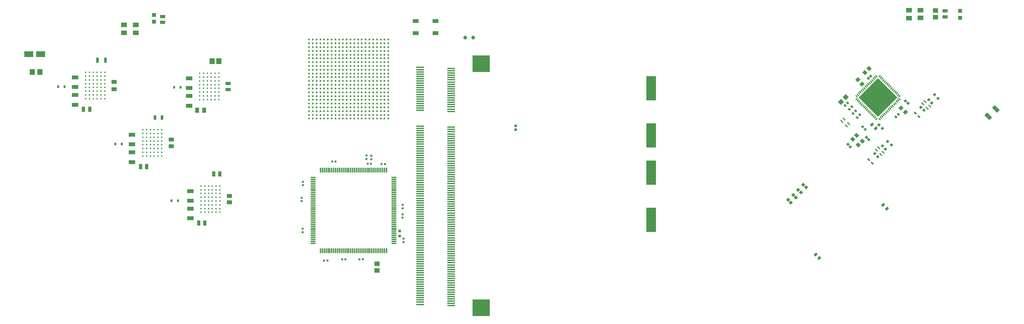
<source format=gbr>
G04*
G04 #@! TF.GenerationSoftware,Altium Limited,Altium Designer,20.2.6 (244)*
G04*
G04 Layer_Color=8421504*
%FSLAX44Y44*%
%MOMM*%
G71*
G04*
G04 #@! TF.SameCoordinates,D8B37FDE-7327-4BE1-BFBC-99B6E419D3BA*
G04*
G04*
G04 #@! TF.FilePolarity,Positive*
G04*
G01*
G75*
%ADD20R,1.3500X1.5500*%
%ADD21R,2.4000X1.5500*%
%ADD22R,2.0000X0.3500*%
%ADD23R,4.6000X4.5000*%
%ADD24P,10.3238X4X180.0*%
G04:AMPARAMS|DCode=25|XSize=0.28mm|YSize=0.69mm|CornerRadius=0mm|HoleSize=0mm|Usage=FLASHONLY|Rotation=135.000|XOffset=0mm|YOffset=0mm|HoleType=Round|Shape=Rectangle|*
%AMROTATEDRECTD25*
4,1,4,0.3430,0.1450,-0.1450,-0.3430,-0.3430,-0.1450,0.1450,0.3430,0.3430,0.1450,0.0*
%
%ADD25ROTATEDRECTD25*%

G04:AMPARAMS|DCode=26|XSize=0.28mm|YSize=0.69mm|CornerRadius=0mm|HoleSize=0mm|Usage=FLASHONLY|Rotation=225.000|XOffset=0mm|YOffset=0mm|HoleType=Round|Shape=Rectangle|*
%AMROTATEDRECTD26*
4,1,4,-0.1450,0.3430,0.3430,-0.1450,0.1450,-0.3430,-0.3430,0.1450,-0.1450,0.3430,0.0*
%
%ADD26ROTATEDRECTD26*%

G04:AMPARAMS|DCode=27|XSize=1mm|YSize=0.9mm|CornerRadius=0mm|HoleSize=0mm|Usage=FLASHONLY|Rotation=135.000|XOffset=0mm|YOffset=0mm|HoleType=Round|Shape=Rectangle|*
%AMROTATEDRECTD27*
4,1,4,0.6718,-0.0354,0.0354,-0.6718,-0.6718,0.0354,-0.0354,0.6718,0.6718,-0.0354,0.0*
%
%ADD27ROTATEDRECTD27*%

G04:AMPARAMS|DCode=28|XSize=0.56mm|YSize=0.63mm|CornerRadius=0mm|HoleSize=0mm|Usage=FLASHONLY|Rotation=135.000|XOffset=0mm|YOffset=0mm|HoleType=Round|Shape=Rectangle|*
%AMROTATEDRECTD28*
4,1,4,0.4207,0.0248,-0.0248,-0.4207,-0.4207,-0.0248,0.0248,0.4207,0.4207,0.0248,0.0*
%
%ADD28ROTATEDRECTD28*%

G04:AMPARAMS|DCode=29|XSize=0.9mm|YSize=0.35mm|CornerRadius=0mm|HoleSize=0mm|Usage=FLASHONLY|Rotation=315.000|XOffset=0mm|YOffset=0mm|HoleType=Round|Shape=Rectangle|*
%AMROTATEDRECTD29*
4,1,4,-0.4419,0.1945,-0.1945,0.4419,0.4419,-0.1945,0.1945,-0.4419,-0.4419,0.1945,0.0*
%
%ADD29ROTATEDRECTD29*%

%ADD30P,0.8768X4X270.0*%
G04:AMPARAMS|DCode=31|XSize=0.56mm|YSize=0.63mm|CornerRadius=0mm|HoleSize=0mm|Usage=FLASHONLY|Rotation=225.000|XOffset=0mm|YOffset=0mm|HoleType=Round|Shape=Rectangle|*
%AMROTATEDRECTD31*
4,1,4,-0.0248,0.4207,0.4207,-0.0248,0.0248,-0.4207,-0.4207,0.0248,-0.0248,0.4207,0.0*
%
%ADD31ROTATEDRECTD31*%

G04:AMPARAMS|DCode=32|XSize=1mm|YSize=0.9mm|CornerRadius=0mm|HoleSize=0mm|Usage=FLASHONLY|Rotation=225.000|XOffset=0mm|YOffset=0mm|HoleType=Round|Shape=Rectangle|*
%AMROTATEDRECTD32*
4,1,4,0.0354,0.6718,0.6718,0.0354,-0.0354,-0.6718,-0.6718,-0.0354,0.0354,0.6718,0.0*
%
%ADD32ROTATEDRECTD32*%

G04:AMPARAMS|DCode=33|XSize=0.92mm|YSize=0.97mm|CornerRadius=0mm|HoleSize=0mm|Usage=FLASHONLY|Rotation=45.000|XOffset=0mm|YOffset=0mm|HoleType=Round|Shape=Rectangle|*
%AMROTATEDRECTD33*
4,1,4,0.0177,-0.6682,-0.6682,0.0177,-0.0177,0.6682,0.6682,-0.0177,0.0177,-0.6682,0.0*
%
%ADD33ROTATEDRECTD33*%

G04:AMPARAMS|DCode=34|XSize=0.7mm|YSize=0.6mm|CornerRadius=0mm|HoleSize=0mm|Usage=FLASHONLY|Rotation=315.000|XOffset=0mm|YOffset=0mm|HoleType=Round|Shape=Rectangle|*
%AMROTATEDRECTD34*
4,1,4,-0.4596,0.0354,-0.0354,0.4596,0.4596,-0.0354,0.0354,-0.4596,-0.4596,0.0354,0.0*
%
%ADD34ROTATEDRECTD34*%

G04:AMPARAMS|DCode=35|XSize=0.9mm|YSize=0.7mm|CornerRadius=0mm|HoleSize=0mm|Usage=FLASHONLY|Rotation=45.000|XOffset=0mm|YOffset=0mm|HoleType=Round|Shape=Rectangle|*
%AMROTATEDRECTD35*
4,1,4,-0.0707,-0.5657,-0.5657,-0.0707,0.0707,0.5657,0.5657,0.0707,-0.0707,-0.5657,0.0*
%
%ADD35ROTATEDRECTD35*%

G04:AMPARAMS|DCode=36|XSize=0.65mm|YSize=0.7mm|CornerRadius=0mm|HoleSize=0mm|Usage=FLASHONLY|Rotation=135.000|XOffset=0mm|YOffset=0mm|HoleType=Round|Shape=Rectangle|*
%AMROTATEDRECTD36*
4,1,4,0.4773,0.0177,-0.0177,-0.4773,-0.4773,-0.0177,0.0177,0.4773,0.4773,0.0177,0.0*
%
%ADD36ROTATEDRECTD36*%

%ADD37P,0.8768X4X360.0*%
%ADD38P,1.5556X4X360.0*%
%ADD39P,1.0182X4X90.0*%
G04:AMPARAMS|DCode=40|XSize=0.77mm|YSize=0.42mm|CornerRadius=0mm|HoleSize=0mm|Usage=FLASHONLY|Rotation=135.000|XOffset=0mm|YOffset=0mm|HoleType=Round|Shape=Rectangle|*
%AMROTATEDRECTD40*
4,1,4,0.4207,-0.1237,0.1237,-0.4207,-0.4207,0.1237,-0.1237,0.4207,0.4207,-0.1237,0.0*
%
%ADD40ROTATEDRECTD40*%

G04:AMPARAMS|DCode=41|XSize=1.84mm|YSize=1.07mm|CornerRadius=0mm|HoleSize=0mm|Usage=FLASHONLY|Rotation=315.000|XOffset=0mm|YOffset=0mm|HoleType=Round|Shape=Rectangle|*
%AMROTATEDRECTD41*
4,1,4,-1.0288,0.2722,-0.2722,1.0288,1.0288,-0.2722,0.2722,-1.0288,-1.0288,0.2722,0.0*
%
%ADD41ROTATEDRECTD41*%

%ADD42R,0.8500X1.3500*%
%ADD43C,0.4500*%
%ADD44R,1.4000X1.0500*%
%ADD45R,0.6000X0.8000*%
%ADD46R,1.6582X1.1055*%
%ADD47R,0.7562X1.4562*%
%ADD48R,1.4546X1.5562*%
%ADD49R,1.0500X1.4500*%
%ADD50R,1.3500X0.8500*%
%ADD51R,0.7000X1.3000*%
%ADD52R,1.4500X1.0500*%
%ADD53R,0.8250X1.3250*%
%ADD54R,1.4000X1.1000*%
%ADD55R,1.5500X1.0000*%
%ADD56C,1.0000*%
%ADD57C,0.4800*%
%ADD58R,2.5000X6.5000*%
%ADD59R,0.6200X0.6200*%
%ADD60R,1.3500X0.9500*%
%ADD61R,1.1000X1.1000*%
%ADD62R,1.4500X1.1500*%
%ADD63O,1.4500X0.3000*%
%ADD64R,0.6200X0.6200*%
%ADD65O,0.3000X1.4500*%
%ADD66R,1.4700X1.1600*%
%ADD67R,1.5000X1.2500*%
%ADD68R,0.7000X0.6500*%
%ADD69R,0.7200X0.7200*%
%ADD70R,0.6300X0.5600*%
D20*
X205580Y755650D02*
D03*
X185580D02*
D03*
D21*
X207020Y802640D02*
D03*
X176520D02*
D03*
D22*
X1213611Y185935D02*
D03*
X1295611Y182935D02*
D03*
X1213611Y179935D02*
D03*
X1295611Y176935D02*
D03*
X1213611Y653935D02*
D03*
X1295611Y650936D02*
D03*
X1213611Y611935D02*
D03*
X1295611Y608935D02*
D03*
X1213611Y167935D02*
D03*
X1295611Y164935D02*
D03*
X1213611Y161935D02*
D03*
X1295611Y158935D02*
D03*
X1213611Y155935D02*
D03*
X1295611Y152935D02*
D03*
X1213611Y143935D02*
D03*
X1295611Y140935D02*
D03*
X1213611Y137935D02*
D03*
X1295611Y134936D02*
D03*
Y542935D02*
D03*
Y536935D02*
D03*
Y560935D02*
D03*
X1213611Y683935D02*
D03*
Y665935D02*
D03*
Y491935D02*
D03*
X1295611Y662935D02*
D03*
Y668935D02*
D03*
Y596935D02*
D03*
Y590935D02*
D03*
X1213611Y767935D02*
D03*
Y749935D02*
D03*
X1295611Y746935D02*
D03*
X1213611Y731935D02*
D03*
X1295611Y728935D02*
D03*
X1213611Y713935D02*
D03*
X1295611Y710935D02*
D03*
X1213611Y695935D02*
D03*
X1295611Y692935D02*
D03*
X1213611Y677935D02*
D03*
X1295611Y674935D02*
D03*
X1213611Y659935D02*
D03*
X1295611Y656936D02*
D03*
X1213611Y605935D02*
D03*
X1295611Y602935D02*
D03*
X1213611Y587935D02*
D03*
X1295611Y584935D02*
D03*
X1213611Y569935D02*
D03*
X1295611Y566935D02*
D03*
X1213611Y551935D02*
D03*
X1295611Y548935D02*
D03*
X1213611Y533936D02*
D03*
X1295611Y530935D02*
D03*
X1213611Y515936D02*
D03*
X1295611Y512935D02*
D03*
X1213611Y497935D02*
D03*
X1295611Y494935D02*
D03*
X1213611Y479935D02*
D03*
X1295611Y476935D02*
D03*
X1213611Y461935D02*
D03*
X1295611Y458935D02*
D03*
X1213611Y443935D02*
D03*
X1295611Y440935D02*
D03*
X1213611Y425935D02*
D03*
X1295611Y422935D02*
D03*
X1213611Y407935D02*
D03*
X1295611Y404935D02*
D03*
X1213611Y389935D02*
D03*
X1295611Y386936D02*
D03*
X1213611Y371935D02*
D03*
X1295611Y368935D02*
D03*
X1213611Y353935D02*
D03*
Y335935D02*
D03*
X1295611Y332935D02*
D03*
X1213611Y317935D02*
D03*
X1295611Y314935D02*
D03*
X1213611Y299935D02*
D03*
X1295611Y296935D02*
D03*
X1213611Y281936D02*
D03*
X1295611Y278935D02*
D03*
X1213611Y263936D02*
D03*
Y245935D02*
D03*
X1295611Y242935D02*
D03*
Y230935D02*
D03*
X1213611Y227935D02*
D03*
X1295611Y224935D02*
D03*
X1213611Y191935D02*
D03*
X1295611Y188935D02*
D03*
X1213611Y173935D02*
D03*
X1295611Y170935D02*
D03*
X1213611Y149935D02*
D03*
X1295611Y146936D02*
D03*
X1213611Y737935D02*
D03*
Y743935D02*
D03*
Y761936D02*
D03*
Y755936D02*
D03*
Y503936D02*
D03*
Y485935D02*
D03*
Y473935D02*
D03*
Y467935D02*
D03*
Y509935D02*
D03*
X1295611Y758935D02*
D03*
Y752935D02*
D03*
Y554935D02*
D03*
X1213611Y239935D02*
D03*
Y233935D02*
D03*
X1295611Y194935D02*
D03*
X1213611Y197935D02*
D03*
X1295611Y200935D02*
D03*
Y206935D02*
D03*
X1213611Y209935D02*
D03*
X1295611Y212935D02*
D03*
X1213611Y215935D02*
D03*
X1295611Y218935D02*
D03*
X1213611Y221935D02*
D03*
X1295611Y236935D02*
D03*
Y248935D02*
D03*
X1213611Y251936D02*
D03*
X1295611Y254935D02*
D03*
X1213611Y257936D02*
D03*
X1295611Y260935D02*
D03*
Y266935D02*
D03*
X1213611Y269935D02*
D03*
X1295611Y272935D02*
D03*
X1213611Y275935D02*
D03*
X1295611Y284935D02*
D03*
X1213611Y287935D02*
D03*
X1295611Y290935D02*
D03*
X1213611Y293935D02*
D03*
X1295611Y302935D02*
D03*
X1213611Y305935D02*
D03*
X1295611Y308935D02*
D03*
X1213611Y311935D02*
D03*
X1295611Y320935D02*
D03*
X1213611Y323935D02*
D03*
X1295611Y326935D02*
D03*
X1213611Y329935D02*
D03*
X1295611Y338935D02*
D03*
X1213611Y341935D02*
D03*
X1295611Y344935D02*
D03*
X1213611Y347935D02*
D03*
X1295611Y350935D02*
D03*
Y356935D02*
D03*
X1213611Y359935D02*
D03*
X1295611Y362935D02*
D03*
X1213611Y365935D02*
D03*
X1295611Y374935D02*
D03*
X1213611Y377935D02*
D03*
X1295611Y380936D02*
D03*
X1213611Y383935D02*
D03*
X1295611Y392935D02*
D03*
X1213611Y395935D02*
D03*
X1295611Y398936D02*
D03*
X1213611Y401935D02*
D03*
X1295611Y410935D02*
D03*
X1213611Y413935D02*
D03*
X1295611Y416935D02*
D03*
X1213611Y419935D02*
D03*
X1295611Y428935D02*
D03*
X1213611Y431935D02*
D03*
X1295611Y434935D02*
D03*
X1213611Y437935D02*
D03*
X1295611Y446935D02*
D03*
X1213611Y449935D02*
D03*
X1295611Y452935D02*
D03*
X1213611Y455935D02*
D03*
X1295611Y464935D02*
D03*
Y470935D02*
D03*
X1213611Y521936D02*
D03*
Y527935D02*
D03*
Y539935D02*
D03*
Y545935D02*
D03*
Y557935D02*
D03*
Y563935D02*
D03*
X1295611Y698935D02*
D03*
Y704935D02*
D03*
Y716935D02*
D03*
Y722935D02*
D03*
Y734935D02*
D03*
Y740935D02*
D03*
Y764935D02*
D03*
Y482935D02*
D03*
Y518935D02*
D03*
X1213611Y671935D02*
D03*
X1295611Y506935D02*
D03*
X1213611Y701935D02*
D03*
Y707935D02*
D03*
X1295611Y488935D02*
D03*
Y686935D02*
D03*
Y500935D02*
D03*
Y524935D02*
D03*
Y680935D02*
D03*
Y572935D02*
D03*
X1213611Y725935D02*
D03*
Y575935D02*
D03*
Y203935D02*
D03*
Y599935D02*
D03*
Y581935D02*
D03*
X1295611Y578935D02*
D03*
X1213611Y593935D02*
D03*
Y689935D02*
D03*
Y719935D02*
D03*
D23*
X1374611Y128935D02*
D03*
Y777935D02*
D03*
D24*
X2426573Y687605D02*
D03*
D25*
X2422613Y630612D02*
D03*
X2419077Y634148D02*
D03*
X2415542Y637683D02*
D03*
X2412006Y641219D02*
D03*
X2408471Y644754D02*
D03*
X2404935Y648290D02*
D03*
X2401400Y651826D02*
D03*
X2397864Y655361D02*
D03*
X2394328Y658897D02*
D03*
X2390793Y662432D02*
D03*
X2387257Y665968D02*
D03*
X2383722Y669503D02*
D03*
X2380186Y673039D02*
D03*
X2376651Y676574D02*
D03*
X2373115Y680110D02*
D03*
X2369580Y683645D02*
D03*
X2430532Y744598D02*
D03*
X2434068Y741062D02*
D03*
X2437603Y737527D02*
D03*
X2441139Y733991D02*
D03*
X2444674Y730456D02*
D03*
X2448210Y726920D02*
D03*
X2451745Y723385D02*
D03*
X2455281Y719849D02*
D03*
X2458817Y716314D02*
D03*
X2462352Y712778D02*
D03*
X2465888Y709243D02*
D03*
X2469423Y705707D02*
D03*
X2472959Y702172D02*
D03*
X2476494Y698636D02*
D03*
X2480030Y695100D02*
D03*
X2483565Y691565D02*
D03*
D26*
X2369580D02*
D03*
X2373115Y695100D02*
D03*
X2376651Y698636D02*
D03*
X2380186Y702172D02*
D03*
X2383722Y705707D02*
D03*
X2387257Y709243D02*
D03*
X2390793Y712778D02*
D03*
X2394328Y716314D02*
D03*
X2397864Y719849D02*
D03*
X2401400Y723385D02*
D03*
X2404935Y726920D02*
D03*
X2408471Y730456D02*
D03*
X2412006Y733991D02*
D03*
X2415542Y737527D02*
D03*
X2419077Y741062D02*
D03*
X2422613Y744598D02*
D03*
X2483565Y683645D02*
D03*
X2480030Y680110D02*
D03*
X2476494Y676574D02*
D03*
X2472959Y673039D02*
D03*
X2469423Y669503D02*
D03*
X2465888Y665968D02*
D03*
X2462352Y662432D02*
D03*
X2458817Y658897D02*
D03*
X2455281Y655361D02*
D03*
X2451745Y651826D02*
D03*
X2448210Y648290D02*
D03*
X2444674Y644754D02*
D03*
X2441139Y641219D02*
D03*
X2437603Y637683D02*
D03*
X2434068Y634148D02*
D03*
X2430532Y630612D02*
D03*
D27*
X2385413Y572333D02*
D03*
X2370210Y587535D02*
D03*
X2359250Y576575D02*
D03*
X2374453Y561372D02*
D03*
D28*
X2392464Y603533D02*
D03*
X2385606Y610392D02*
D03*
D29*
X2336868Y630390D02*
D03*
X2348889Y618369D02*
D03*
X2342879Y612358D02*
D03*
X2330858Y624379D02*
D03*
X2428237Y554374D02*
D03*
X2440258Y542353D02*
D03*
X2434247Y536342D02*
D03*
X2422227Y548363D02*
D03*
X2551266Y677044D02*
D03*
X2563287Y665023D02*
D03*
X2557277Y659013D02*
D03*
X2545256Y671033D02*
D03*
D30*
X2346595Y563411D02*
D03*
X2352959Y557047D02*
D03*
X2395931Y582469D02*
D03*
X2402295Y576105D02*
D03*
X2499723Y678754D02*
D03*
X2506087Y672390D02*
D03*
D31*
X2357082Y663016D02*
D03*
X2350223Y656157D02*
D03*
X2474151Y636042D02*
D03*
X2481010Y642900D02*
D03*
X2346486Y673613D02*
D03*
X2339627Y666754D02*
D03*
X2378276Y641823D02*
D03*
X2371417Y634964D02*
D03*
X2367679Y652420D02*
D03*
X2360820Y645561D02*
D03*
D32*
X2384275Y723796D02*
D03*
X2372961Y735110D02*
D03*
X2487908Y660035D02*
D03*
X2499222Y648721D02*
D03*
D33*
X2402777Y765107D02*
D03*
X2391817Y754147D02*
D03*
D34*
X2418014Y538471D02*
D03*
X2425792Y530693D02*
D03*
X2438129Y558946D02*
D03*
X2445908Y551167D02*
D03*
X2540325Y661859D02*
D03*
X2548103Y654081D02*
D03*
X2561159Y681616D02*
D03*
X2568937Y673838D02*
D03*
D35*
X2420566Y605964D02*
D03*
X2410667Y615864D02*
D03*
X2450201Y392773D02*
D03*
X2440302Y402672D02*
D03*
X2270955Y260943D02*
D03*
X2261056Y270842D02*
D03*
D36*
X2429163Y614968D02*
D03*
X2438709Y605422D02*
D03*
X2461878Y561778D02*
D03*
X2452332Y571324D02*
D03*
X2585806Y685706D02*
D03*
X2576260Y695252D02*
D03*
D37*
X2400940Y738484D02*
D03*
X2407304Y744848D02*
D03*
D38*
X2341440Y689042D02*
D03*
X2328712Y676314D02*
D03*
D39*
X2188652Y415806D02*
D03*
X2195723Y408735D02*
D03*
X2201763Y428917D02*
D03*
X2208835Y421846D02*
D03*
X2215290Y442331D02*
D03*
X2222361Y435260D02*
D03*
X2228704Y455858D02*
D03*
X2235775Y448787D02*
D03*
D40*
X2402043Y523190D02*
D03*
X2411589Y513644D02*
D03*
X2525252Y646758D02*
D03*
X2534798Y637212D02*
D03*
D41*
X2719019Y637724D02*
D03*
X2738677Y657382D02*
D03*
D42*
X321080Y656190D02*
D03*
X337580D02*
D03*
X472210Y503790D02*
D03*
X488710D02*
D03*
X626380Y354250D02*
D03*
X642880D02*
D03*
D43*
X327190Y724690D02*
D03*
X337190D02*
D03*
Y714690D02*
D03*
Y704690D02*
D03*
X377190D02*
D03*
Y694690D02*
D03*
X357190D02*
D03*
Y684690D02*
D03*
X367190Y694690D02*
D03*
Y684690D02*
D03*
X337190D02*
D03*
X347190D02*
D03*
X367190Y734690D02*
D03*
X377190D02*
D03*
X327190D02*
D03*
X337190D02*
D03*
X347190D02*
D03*
X357190D02*
D03*
X347190Y724690D02*
D03*
X357190D02*
D03*
X367190D02*
D03*
X377190D02*
D03*
X347190Y714690D02*
D03*
X357190D02*
D03*
X367190D02*
D03*
X377190D02*
D03*
X347190Y704690D02*
D03*
X357190D02*
D03*
X367190D02*
D03*
X347190Y694690D02*
D03*
X327190Y684690D02*
D03*
X377190D02*
D03*
X327190Y714690D02*
D03*
Y704690D02*
D03*
Y694690D02*
D03*
X337190D02*
D03*
X327190Y754690D02*
D03*
X337190D02*
D03*
X347190D02*
D03*
X357190D02*
D03*
X367190D02*
D03*
X377190D02*
D03*
X327190Y744690D02*
D03*
X337190D02*
D03*
X347190D02*
D03*
X357190D02*
D03*
X367190D02*
D03*
X377190D02*
D03*
X679450Y682150D02*
D03*
X669450D02*
D03*
X659450D02*
D03*
X649450D02*
D03*
X639450D02*
D03*
X629450D02*
D03*
X679450Y692150D02*
D03*
X669450D02*
D03*
X659450D02*
D03*
X649450D02*
D03*
X639450D02*
D03*
X629450D02*
D03*
X679450Y702150D02*
D03*
X669450D02*
D03*
X659450D02*
D03*
X649450D02*
D03*
X639450D02*
D03*
X629450D02*
D03*
X679450Y712150D02*
D03*
X669450D02*
D03*
X659450D02*
D03*
X649450D02*
D03*
X639450D02*
D03*
X629450D02*
D03*
X679450Y722150D02*
D03*
X669450D02*
D03*
X659450D02*
D03*
X649450D02*
D03*
X639450D02*
D03*
X629450D02*
D03*
X679450Y732150D02*
D03*
X669450D02*
D03*
X659450D02*
D03*
X649450D02*
D03*
X639450D02*
D03*
X629450D02*
D03*
X679450Y742150D02*
D03*
X669450D02*
D03*
X659450D02*
D03*
X649450D02*
D03*
X639450D02*
D03*
X629450D02*
D03*
X679450Y752150D02*
D03*
X669450D02*
D03*
X659450D02*
D03*
X649450D02*
D03*
X639450D02*
D03*
X629450D02*
D03*
X528320Y532290D02*
D03*
X478320D02*
D03*
X498320Y542290D02*
D03*
X518320Y552290D02*
D03*
X508320D02*
D03*
X498320D02*
D03*
X528320Y562290D02*
D03*
X518320D02*
D03*
X508320D02*
D03*
X498320D02*
D03*
X528320Y572290D02*
D03*
X518320D02*
D03*
X508320D02*
D03*
X498320D02*
D03*
X508320Y582290D02*
D03*
X498320D02*
D03*
X488320D02*
D03*
X478320D02*
D03*
X528320Y592290D02*
D03*
X518320D02*
D03*
X508320D02*
D03*
X498320D02*
D03*
X488320D02*
D03*
X478320D02*
D03*
X528320Y602290D02*
D03*
X518320D02*
D03*
X508320D02*
D03*
X498320D02*
D03*
X488320D02*
D03*
X478320D02*
D03*
X488320Y542290D02*
D03*
X478320D02*
D03*
Y552290D02*
D03*
Y562290D02*
D03*
X528320Y582290D02*
D03*
X518320D02*
D03*
X498320Y532290D02*
D03*
X488320D02*
D03*
X518320D02*
D03*
Y542290D02*
D03*
X508320Y532290D02*
D03*
Y542290D02*
D03*
X528320D02*
D03*
Y552290D02*
D03*
X488320D02*
D03*
Y562290D02*
D03*
Y572290D02*
D03*
X478320D02*
D03*
X682490Y382750D02*
D03*
X672490D02*
D03*
X662490D02*
D03*
X652490D02*
D03*
X642490D02*
D03*
X632490D02*
D03*
X682490Y392750D02*
D03*
X672490D02*
D03*
X662490D02*
D03*
X652490D02*
D03*
X642490D02*
D03*
X632490D02*
D03*
X682490Y402750D02*
D03*
X672490D02*
D03*
X662490D02*
D03*
X652490D02*
D03*
X642490D02*
D03*
X632490D02*
D03*
X682490Y412750D02*
D03*
X672490D02*
D03*
X662490D02*
D03*
X652490D02*
D03*
X642490D02*
D03*
X632490D02*
D03*
X682490Y422750D02*
D03*
X672490D02*
D03*
X662490D02*
D03*
X652490D02*
D03*
X642490D02*
D03*
X632490D02*
D03*
X682490Y432750D02*
D03*
X672490D02*
D03*
X662490D02*
D03*
X652490D02*
D03*
X642490D02*
D03*
X632490D02*
D03*
X682490Y442750D02*
D03*
X672490D02*
D03*
X662490D02*
D03*
X652490D02*
D03*
X642490D02*
D03*
X632490D02*
D03*
X682490Y452750D02*
D03*
X672490D02*
D03*
X662490D02*
D03*
X652490D02*
D03*
X642490D02*
D03*
X632490D02*
D03*
D44*
X402355Y710190D02*
D03*
Y729190D02*
D03*
D45*
X254110Y716515D02*
D03*
X271110D02*
D03*
X578450Y714610D02*
D03*
X561450D02*
D03*
X405240Y564115D02*
D03*
X422240D02*
D03*
X571330Y413940D02*
D03*
X554330D02*
D03*
D46*
X298850Y668826D02*
D03*
Y694354D02*
D03*
Y741344D02*
D03*
Y715816D02*
D03*
X601110Y738804D02*
D03*
Y713276D02*
D03*
Y666286D02*
D03*
Y691814D02*
D03*
X449980Y588944D02*
D03*
Y516426D02*
D03*
Y541954D02*
D03*
Y563416D02*
D03*
X604150Y439404D02*
D03*
Y413876D02*
D03*
Y366886D02*
D03*
Y392414D02*
D03*
D47*
X379450Y787000D02*
D03*
X357950D02*
D03*
D48*
X680218Y784460D02*
D03*
X661702D02*
D03*
D49*
X640840Y653650D02*
D03*
X622340D02*
D03*
D50*
X704615Y708900D02*
D03*
Y725400D02*
D03*
D51*
X529330Y634600D02*
D03*
X510330D02*
D03*
D52*
X553485Y558040D02*
D03*
Y576540D02*
D03*
D53*
X682000Y485060D02*
D03*
X666000D02*
D03*
D54*
X707655Y409000D02*
D03*
Y426500D02*
D03*
D55*
X1201388Y891034D02*
D03*
X1253888D02*
D03*
Y859034D02*
D03*
X1201388D02*
D03*
D56*
X1353820Y847090D02*
D03*
X1332230Y847090D02*
D03*
D57*
X1128737Y841713D02*
D03*
X1118737Y831713D02*
D03*
X1088737Y801713D02*
D03*
X1128737Y761713D02*
D03*
Y711713D02*
D03*
X1058736Y701713D02*
D03*
X1088737Y671713D02*
D03*
X1058736Y771713D02*
D03*
X1048736Y841713D02*
D03*
Y761713D02*
D03*
X1038737D02*
D03*
X1048736Y751713D02*
D03*
Y741713D02*
D03*
X1028737Y761713D02*
D03*
X1018737D02*
D03*
X1028737Y741713D02*
D03*
X1018737D02*
D03*
X1008737Y761713D02*
D03*
X1048736Y731713D02*
D03*
Y721713D02*
D03*
X1038737Y711713D02*
D03*
X1048736D02*
D03*
X1028737Y731713D02*
D03*
Y711713D02*
D03*
X1018737D02*
D03*
Y731713D02*
D03*
X1008737Y711713D02*
D03*
X1128737Y631713D02*
D03*
X1118737Y641713D02*
D03*
X1048736Y631713D02*
D03*
X998737Y841713D02*
D03*
Y751713D02*
D03*
Y761713D02*
D03*
Y721713D02*
D03*
Y711713D02*
D03*
Y741713D02*
D03*
Y731713D02*
D03*
Y631713D02*
D03*
X988737Y771713D02*
D03*
Y701713D02*
D03*
X928737Y831713D02*
D03*
X958737Y801713D02*
D03*
X918737Y841713D02*
D03*
Y761713D02*
D03*
Y711713D02*
D03*
X958737Y671713D02*
D03*
X928737Y641713D02*
D03*
X918737Y631713D02*
D03*
Y831713D02*
D03*
Y821713D02*
D03*
Y811713D02*
D03*
Y801713D02*
D03*
Y791713D02*
D03*
Y781713D02*
D03*
Y771713D02*
D03*
Y751713D02*
D03*
Y741713D02*
D03*
Y731713D02*
D03*
Y721713D02*
D03*
Y701713D02*
D03*
Y691713D02*
D03*
Y681713D02*
D03*
Y671713D02*
D03*
Y661713D02*
D03*
Y651713D02*
D03*
Y641713D02*
D03*
X928737Y841713D02*
D03*
Y821713D02*
D03*
Y811713D02*
D03*
Y801713D02*
D03*
Y791713D02*
D03*
Y781713D02*
D03*
Y771713D02*
D03*
Y761713D02*
D03*
Y751713D02*
D03*
Y741713D02*
D03*
Y731713D02*
D03*
Y721713D02*
D03*
Y711713D02*
D03*
Y701713D02*
D03*
Y691713D02*
D03*
Y681713D02*
D03*
Y671713D02*
D03*
Y661713D02*
D03*
Y651713D02*
D03*
Y631713D02*
D03*
X938737Y841713D02*
D03*
Y831713D02*
D03*
Y821713D02*
D03*
Y811713D02*
D03*
Y801713D02*
D03*
Y791713D02*
D03*
Y781713D02*
D03*
Y771713D02*
D03*
Y761713D02*
D03*
Y751713D02*
D03*
Y741713D02*
D03*
Y731713D02*
D03*
Y721713D02*
D03*
Y711713D02*
D03*
Y701713D02*
D03*
Y691713D02*
D03*
Y681713D02*
D03*
Y671713D02*
D03*
Y661713D02*
D03*
Y651713D02*
D03*
Y641713D02*
D03*
Y631713D02*
D03*
X948737Y841713D02*
D03*
Y831713D02*
D03*
Y821713D02*
D03*
Y811713D02*
D03*
Y801713D02*
D03*
Y791713D02*
D03*
Y781713D02*
D03*
Y771713D02*
D03*
Y761713D02*
D03*
Y751713D02*
D03*
Y741713D02*
D03*
Y731713D02*
D03*
Y721713D02*
D03*
Y711713D02*
D03*
Y701713D02*
D03*
Y691713D02*
D03*
Y681713D02*
D03*
Y671713D02*
D03*
Y661713D02*
D03*
Y651713D02*
D03*
Y641713D02*
D03*
Y631713D02*
D03*
X958737Y841713D02*
D03*
Y831713D02*
D03*
Y821713D02*
D03*
Y811713D02*
D03*
Y791713D02*
D03*
Y781713D02*
D03*
Y771713D02*
D03*
Y761713D02*
D03*
Y751713D02*
D03*
Y741713D02*
D03*
Y731713D02*
D03*
Y721713D02*
D03*
Y711713D02*
D03*
Y701713D02*
D03*
Y691713D02*
D03*
Y681713D02*
D03*
Y661713D02*
D03*
Y651713D02*
D03*
Y641713D02*
D03*
Y631713D02*
D03*
X968737Y841713D02*
D03*
Y831713D02*
D03*
Y821713D02*
D03*
Y811713D02*
D03*
Y801713D02*
D03*
Y791713D02*
D03*
Y781713D02*
D03*
Y771713D02*
D03*
Y761713D02*
D03*
Y751713D02*
D03*
Y741713D02*
D03*
Y731713D02*
D03*
Y721713D02*
D03*
Y711713D02*
D03*
Y701713D02*
D03*
Y691713D02*
D03*
Y681713D02*
D03*
Y671713D02*
D03*
Y661713D02*
D03*
Y651713D02*
D03*
Y641713D02*
D03*
Y631713D02*
D03*
X978737Y841713D02*
D03*
Y831713D02*
D03*
Y821713D02*
D03*
Y811713D02*
D03*
Y801713D02*
D03*
Y791713D02*
D03*
Y781713D02*
D03*
Y771713D02*
D03*
Y761713D02*
D03*
Y751713D02*
D03*
Y741713D02*
D03*
Y731713D02*
D03*
Y721713D02*
D03*
Y711713D02*
D03*
Y701713D02*
D03*
Y691713D02*
D03*
Y681713D02*
D03*
Y671713D02*
D03*
Y661713D02*
D03*
Y651713D02*
D03*
Y641713D02*
D03*
Y631713D02*
D03*
X988737Y841713D02*
D03*
Y831713D02*
D03*
Y821713D02*
D03*
Y811713D02*
D03*
Y801713D02*
D03*
Y791713D02*
D03*
Y781713D02*
D03*
Y761713D02*
D03*
Y751713D02*
D03*
Y741713D02*
D03*
Y731713D02*
D03*
Y721713D02*
D03*
Y711713D02*
D03*
Y691713D02*
D03*
Y681713D02*
D03*
Y671713D02*
D03*
Y661713D02*
D03*
Y651713D02*
D03*
Y641713D02*
D03*
Y631713D02*
D03*
X998737Y831713D02*
D03*
Y821713D02*
D03*
Y811713D02*
D03*
Y801713D02*
D03*
Y791713D02*
D03*
Y781713D02*
D03*
Y771713D02*
D03*
Y701713D02*
D03*
Y691713D02*
D03*
Y681713D02*
D03*
Y671713D02*
D03*
Y661713D02*
D03*
Y651713D02*
D03*
Y641713D02*
D03*
X1008737Y841713D02*
D03*
Y831713D02*
D03*
Y821713D02*
D03*
Y811713D02*
D03*
Y801713D02*
D03*
Y791713D02*
D03*
Y781713D02*
D03*
Y771713D02*
D03*
Y751713D02*
D03*
Y741713D02*
D03*
Y731713D02*
D03*
Y721713D02*
D03*
Y701713D02*
D03*
Y691713D02*
D03*
Y681713D02*
D03*
Y671713D02*
D03*
Y661713D02*
D03*
Y651713D02*
D03*
Y641713D02*
D03*
Y631713D02*
D03*
X1018737Y841713D02*
D03*
Y831713D02*
D03*
Y821713D02*
D03*
Y811713D02*
D03*
Y801713D02*
D03*
Y791713D02*
D03*
Y781713D02*
D03*
Y771713D02*
D03*
Y751713D02*
D03*
Y721713D02*
D03*
Y701713D02*
D03*
Y691713D02*
D03*
Y681713D02*
D03*
Y671713D02*
D03*
Y661713D02*
D03*
Y651713D02*
D03*
Y641713D02*
D03*
Y631713D02*
D03*
X1028737Y841713D02*
D03*
Y831713D02*
D03*
Y821713D02*
D03*
Y811713D02*
D03*
Y801713D02*
D03*
Y791713D02*
D03*
Y781713D02*
D03*
Y771713D02*
D03*
Y751713D02*
D03*
Y721713D02*
D03*
Y701713D02*
D03*
Y691713D02*
D03*
Y681713D02*
D03*
Y671713D02*
D03*
Y661713D02*
D03*
Y651713D02*
D03*
Y641713D02*
D03*
Y631713D02*
D03*
X1038737Y841713D02*
D03*
Y831713D02*
D03*
Y821713D02*
D03*
Y811713D02*
D03*
Y801713D02*
D03*
Y791713D02*
D03*
Y781713D02*
D03*
Y771713D02*
D03*
Y751713D02*
D03*
Y741713D02*
D03*
Y731713D02*
D03*
Y721713D02*
D03*
Y701713D02*
D03*
Y691713D02*
D03*
Y681713D02*
D03*
Y671713D02*
D03*
Y661713D02*
D03*
Y651713D02*
D03*
Y641713D02*
D03*
Y631713D02*
D03*
X1048736Y831713D02*
D03*
Y821713D02*
D03*
Y811713D02*
D03*
Y801713D02*
D03*
Y791713D02*
D03*
Y781713D02*
D03*
Y771713D02*
D03*
Y701713D02*
D03*
Y691713D02*
D03*
Y681713D02*
D03*
Y671713D02*
D03*
Y661713D02*
D03*
Y651713D02*
D03*
Y641713D02*
D03*
X1058736Y841713D02*
D03*
Y831713D02*
D03*
Y821713D02*
D03*
Y811713D02*
D03*
Y801713D02*
D03*
Y791713D02*
D03*
Y781713D02*
D03*
Y761713D02*
D03*
Y751713D02*
D03*
Y741713D02*
D03*
Y731713D02*
D03*
Y721713D02*
D03*
Y711713D02*
D03*
Y691713D02*
D03*
Y681713D02*
D03*
Y671713D02*
D03*
Y661713D02*
D03*
Y651713D02*
D03*
Y641713D02*
D03*
Y631713D02*
D03*
X1068736Y841713D02*
D03*
Y831713D02*
D03*
Y821713D02*
D03*
Y811713D02*
D03*
Y801713D02*
D03*
Y791713D02*
D03*
Y781713D02*
D03*
Y771713D02*
D03*
Y761713D02*
D03*
Y751713D02*
D03*
Y741713D02*
D03*
Y731713D02*
D03*
Y721713D02*
D03*
Y711713D02*
D03*
Y701713D02*
D03*
Y691713D02*
D03*
Y681713D02*
D03*
Y671713D02*
D03*
Y661713D02*
D03*
Y651713D02*
D03*
Y641713D02*
D03*
Y631713D02*
D03*
X1078736Y841713D02*
D03*
Y831713D02*
D03*
Y821713D02*
D03*
Y811713D02*
D03*
Y801713D02*
D03*
Y791713D02*
D03*
Y781713D02*
D03*
Y771713D02*
D03*
Y761713D02*
D03*
Y751713D02*
D03*
Y741713D02*
D03*
Y731713D02*
D03*
Y721713D02*
D03*
Y711713D02*
D03*
Y701713D02*
D03*
Y691713D02*
D03*
Y681713D02*
D03*
Y671713D02*
D03*
Y661713D02*
D03*
Y651713D02*
D03*
Y641713D02*
D03*
Y631713D02*
D03*
X1088737Y841713D02*
D03*
Y831713D02*
D03*
Y821713D02*
D03*
Y811713D02*
D03*
Y791713D02*
D03*
Y781713D02*
D03*
Y771713D02*
D03*
Y761713D02*
D03*
Y751713D02*
D03*
Y741713D02*
D03*
Y731713D02*
D03*
Y721713D02*
D03*
Y711713D02*
D03*
Y701713D02*
D03*
Y691713D02*
D03*
Y681713D02*
D03*
Y661713D02*
D03*
Y651713D02*
D03*
Y641713D02*
D03*
Y631713D02*
D03*
X1098737Y841713D02*
D03*
Y831713D02*
D03*
Y821713D02*
D03*
Y811713D02*
D03*
Y801713D02*
D03*
Y791713D02*
D03*
Y781713D02*
D03*
Y771713D02*
D03*
Y761713D02*
D03*
Y751713D02*
D03*
Y741713D02*
D03*
Y731713D02*
D03*
Y721713D02*
D03*
Y711713D02*
D03*
Y701713D02*
D03*
Y691713D02*
D03*
Y681713D02*
D03*
Y671713D02*
D03*
Y661713D02*
D03*
Y651713D02*
D03*
Y641713D02*
D03*
Y631713D02*
D03*
X1108737Y841713D02*
D03*
Y831713D02*
D03*
Y821713D02*
D03*
Y811713D02*
D03*
Y801713D02*
D03*
Y791713D02*
D03*
Y781713D02*
D03*
Y771713D02*
D03*
Y761713D02*
D03*
Y751713D02*
D03*
Y741713D02*
D03*
Y731713D02*
D03*
Y721713D02*
D03*
Y711713D02*
D03*
Y701713D02*
D03*
Y691713D02*
D03*
Y681713D02*
D03*
Y671713D02*
D03*
Y661713D02*
D03*
Y651713D02*
D03*
Y641713D02*
D03*
Y631713D02*
D03*
X1118737Y841713D02*
D03*
Y821713D02*
D03*
Y811713D02*
D03*
Y801713D02*
D03*
Y791713D02*
D03*
Y781713D02*
D03*
Y771713D02*
D03*
Y761713D02*
D03*
Y751713D02*
D03*
Y741713D02*
D03*
Y731713D02*
D03*
Y721713D02*
D03*
Y711713D02*
D03*
Y701713D02*
D03*
Y691713D02*
D03*
Y681713D02*
D03*
Y671713D02*
D03*
Y661713D02*
D03*
Y651713D02*
D03*
Y631713D02*
D03*
X1128737Y831713D02*
D03*
Y821713D02*
D03*
Y811713D02*
D03*
Y801713D02*
D03*
Y791713D02*
D03*
Y781713D02*
D03*
Y771713D02*
D03*
Y751713D02*
D03*
Y741713D02*
D03*
Y731713D02*
D03*
Y721713D02*
D03*
Y701713D02*
D03*
Y691713D02*
D03*
Y681713D02*
D03*
Y671713D02*
D03*
Y661713D02*
D03*
Y651713D02*
D03*
Y641713D02*
D03*
D58*
X1825270Y712186D02*
D03*
Y363158D02*
D03*
Y488158D02*
D03*
Y587186D02*
D03*
D59*
X1166833Y393485D02*
D03*
Y377339D02*
D03*
X1169179Y303733D02*
D03*
X902906Y463668D02*
D03*
X898759Y421327D02*
D03*
X901487Y338855D02*
D03*
X898759Y412327D02*
D03*
X901487Y329856D02*
D03*
X1166833Y402485D02*
D03*
Y368339D02*
D03*
X1169179Y312733D02*
D03*
X902906Y454669D02*
D03*
X1083775Y524041D02*
D03*
Y533041D02*
D03*
D60*
X530860Y887350D02*
D03*
X2604476Y902293D02*
D03*
X530860Y903350D02*
D03*
X2604476Y918293D02*
D03*
D61*
X508000Y889390D02*
D03*
X2644140Y917793D02*
D03*
X508000Y907390D02*
D03*
X2644140Y899793D02*
D03*
D62*
X2579076Y901293D02*
D03*
Y919293D02*
D03*
D63*
X1143781Y455326D02*
D03*
Y380325D02*
D03*
Y395325D02*
D03*
X929281Y455326D02*
D03*
Y415325D02*
D03*
Y330326D02*
D03*
X1143781Y475325D02*
D03*
Y470325D02*
D03*
Y465326D02*
D03*
Y460325D02*
D03*
Y450325D02*
D03*
Y445326D02*
D03*
Y440325D02*
D03*
Y435326D02*
D03*
Y430325D02*
D03*
Y425326D02*
D03*
Y420325D02*
D03*
Y415325D02*
D03*
Y410325D02*
D03*
Y405325D02*
D03*
Y400325D02*
D03*
Y390325D02*
D03*
Y385325D02*
D03*
Y375325D02*
D03*
Y370325D02*
D03*
Y365325D02*
D03*
Y360325D02*
D03*
Y355325D02*
D03*
Y350325D02*
D03*
Y345325D02*
D03*
Y340326D02*
D03*
Y335325D02*
D03*
Y330326D02*
D03*
Y325325D02*
D03*
Y320326D02*
D03*
Y315325D02*
D03*
Y310326D02*
D03*
Y305325D02*
D03*
Y300326D02*
D03*
X929281D02*
D03*
Y305325D02*
D03*
Y310326D02*
D03*
Y315325D02*
D03*
Y320326D02*
D03*
Y325325D02*
D03*
Y335325D02*
D03*
Y340326D02*
D03*
Y345325D02*
D03*
Y350325D02*
D03*
Y355325D02*
D03*
Y360325D02*
D03*
Y365325D02*
D03*
Y370325D02*
D03*
Y375325D02*
D03*
Y380325D02*
D03*
Y385325D02*
D03*
Y390325D02*
D03*
Y395325D02*
D03*
Y400325D02*
D03*
Y405325D02*
D03*
Y410325D02*
D03*
Y420325D02*
D03*
Y425326D02*
D03*
Y430325D02*
D03*
Y435326D02*
D03*
Y440325D02*
D03*
Y445326D02*
D03*
Y450325D02*
D03*
Y460325D02*
D03*
Y465326D02*
D03*
Y470325D02*
D03*
Y475325D02*
D03*
D64*
X1119771Y511269D02*
D03*
X1052351Y257523D02*
D03*
X1006377D02*
D03*
X989215Y517620D02*
D03*
X958795Y254442D02*
D03*
X1015377Y257523D02*
D03*
X967795Y254442D02*
D03*
X1061351Y257523D02*
D03*
X980214Y517620D02*
D03*
X1083195Y511524D02*
D03*
X1074194D02*
D03*
X1110770Y511269D02*
D03*
D65*
X1094031Y495075D02*
D03*
X1114031D02*
D03*
X1054031Y280576D02*
D03*
X1009031D02*
D03*
X989031Y495075D02*
D03*
X964031Y280576D02*
D03*
X1124031D02*
D03*
X1119031D02*
D03*
X1114031D02*
D03*
X1109031D02*
D03*
X1104031D02*
D03*
X1099031D02*
D03*
X1094031D02*
D03*
X1089031D02*
D03*
X1084031D02*
D03*
X1079031D02*
D03*
X1074031D02*
D03*
X1069031D02*
D03*
X1064031D02*
D03*
X1059031D02*
D03*
X1049031D02*
D03*
X1044031D02*
D03*
X1039031D02*
D03*
X1034031D02*
D03*
X1029031D02*
D03*
X1024031D02*
D03*
X1019031D02*
D03*
X1014031D02*
D03*
X1004031D02*
D03*
X999031D02*
D03*
X994031D02*
D03*
X989031D02*
D03*
X984031D02*
D03*
X979031D02*
D03*
X974031D02*
D03*
X969031D02*
D03*
X959031D02*
D03*
X954031D02*
D03*
X949031D02*
D03*
Y495075D02*
D03*
X954031D02*
D03*
X959031D02*
D03*
X964031D02*
D03*
X969031D02*
D03*
X974031D02*
D03*
X979031D02*
D03*
X984031D02*
D03*
X994031D02*
D03*
X999031D02*
D03*
X1004031D02*
D03*
X1009031D02*
D03*
X1014031D02*
D03*
X1019031D02*
D03*
X1024031D02*
D03*
X1029031D02*
D03*
X1034031D02*
D03*
X1039031D02*
D03*
X1044031D02*
D03*
X1049031D02*
D03*
X1054031D02*
D03*
X1059031D02*
D03*
X1064031D02*
D03*
X1069031D02*
D03*
X1074031D02*
D03*
X1079031D02*
D03*
X1084031D02*
D03*
X1089031D02*
D03*
X1099031D02*
D03*
X1104031D02*
D03*
X1109031D02*
D03*
X1119031D02*
D03*
X1124031D02*
D03*
D66*
X1099027Y228543D02*
D03*
Y246042D02*
D03*
D67*
X459740Y880790D02*
D03*
Y859790D02*
D03*
X2508250Y919793D02*
D03*
Y898793D02*
D03*
X2539024Y920293D02*
D03*
Y899293D02*
D03*
X427990Y880790D02*
D03*
Y859790D02*
D03*
D68*
X1159467Y332853D02*
D03*
Y319353D02*
D03*
D69*
X1466169Y602770D02*
D03*
Y612770D02*
D03*
D70*
X1071199Y524134D02*
D03*
Y533834D02*
D03*
M02*

</source>
